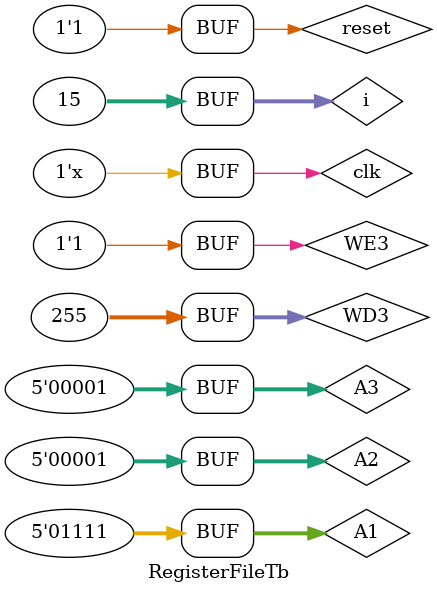
<source format=v>
`timescale 10ns / 1ps
/* 
Objetivo: 
	Comprobar el correcto funcionamiento de la lectura y almacenamiento de los datos en el banco de registros.
Procedimiento:
	Primero se coloca el clock en 1, y luego se inicializan las entradas. 
	Se realiza una operacion de escritura en un registro destino (A3) y la idea es leer ese registro en A1 o A2.
	Por ultimo aplicar reset para verificar que haga su función esperada.
	En este caso se coloca A3 (Direccion que se desea leer) en 10 y WE esta en 1, para habilitar la escritura.
	WD3 posee el valor de 10 entonces, en la direccion 10 del banco de registros se guarda un valor de 10
	Finalmente, se recorre todo el banco de registros y cuando se pasa por la posicion 10, RD1
	debe tener el valor de 10 en decimal.
*/
module RegisterFileTb;

	// Inputs
	reg clk;
	reg [4:0] A1;
	reg [4:0] A2;
	reg [4:0] A3;
	reg WE3;
	reg [31:0] WD3;
	reg reset;
	// Outputs
	wire [31:0] RD1;
	wire [31:0] RD2;
	// Instantiate the Unit Under Test (uut)
	RegisterFile uut (
		.clk(clk), 
		.A1(A1), 
		.A2(A2), 
		.A3(A3), 
		.WE3(WE3), 
		.WD3(WD3),
		.reset(reset),
		.RD1(RD1), 
		.RD2(RD2)
	);
	integer i;
	initial 
		begin
			// Initialize Inputs
			clk = 0;
			reset = 0;
			A1 = 0;						// Direccion 1 a leer
			A2 = 0;						// Direccion 2 a leer
			A3 = 15;						// Direccion a escribir
			WE3 = 1;						// Enable para escritura
			WD3 = 31;					// Valor a escribir
			// Wait 100 ns for global reset to finish
			#100;
			// Add stimulus here
			for(i=0;i<15;i=i+1)
				begin
					A1=A1+1;
					#2;
				end
			#15;
			WD3 = 255;
			A1 = 15;
			A2 = 1;
			A3 = 1;
			#15
			reset = 1;
		end
	always 
		#5 clk=!clk;
endmodule






</source>
